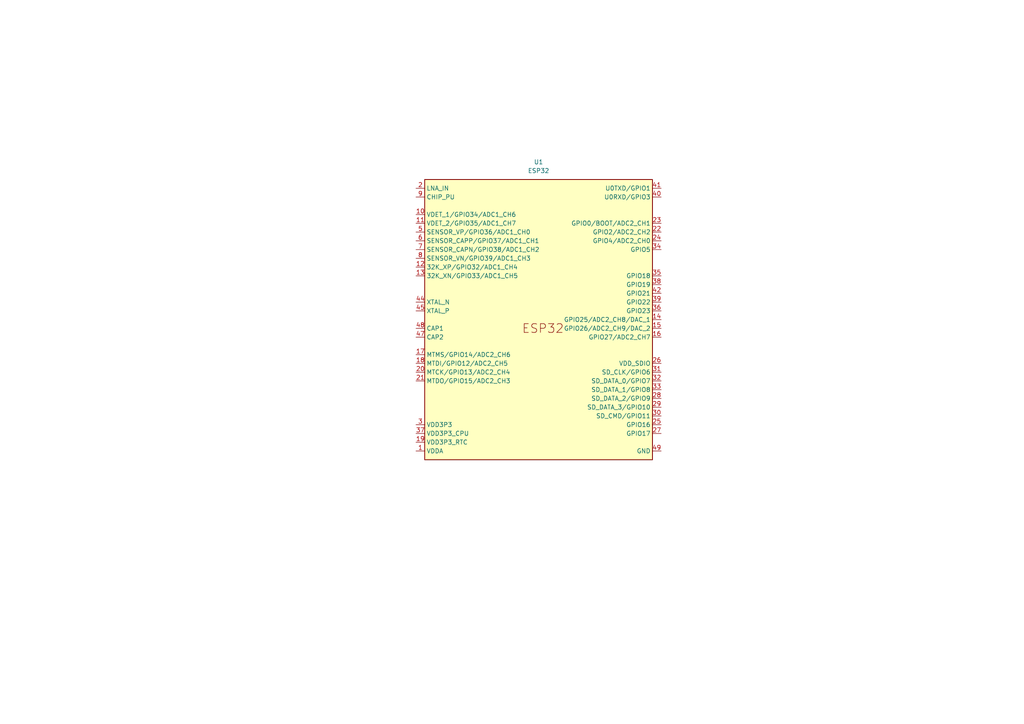
<source format=kicad_sch>
(kicad_sch (version 20250114) (generator "eeschema") (generator_version "9.0")
  (paper "A4")
  (lib_symbols
    (symbol "Espressif:ESP32"
      (property "Reference" "U" (at -33.02 45.72 0))
      (property "Value" "ESP32" (at -33.02 43.18 0))
      (symbol "ESP32_0_0"
        (text "ESP32" (at 1.27 -2.54 0) (effects (font (size 2.54 2.54))))
      )
      (symbol "ESP32_0_1"
        (rectangle (start -33.02 40.64) (end 33.02 -40.64) (stroke (width 0.254)) (fill (type background)))
      )
      (symbol "ESP32_1_1"
        (pin bidirectional line (at -35.56 38.1 0) (length 2.54) (name "LNA_IN") (number "2"))
        (pin input line (at -35.56 35.56 0) (length 2.54) (name "CHIP_PU") (number "9"))
        (pin input line (at -35.56 30.48 0) (length 2.54) (name "VDET_1/GPIO34/ADC1_CH6") (number "10"))
        (pin input line (at -35.56 27.94 0) (length 2.54) (name "VDET_2/GPIO35/ADC1_CH7") (number "11"))
        (pin input line (at -35.56 25.4 0) (length 2.54) (name "SENSOR_VP/GPIO36/ADC1_CH0") (number "5"))
        (pin input line (at -35.56 22.86 0) (length 2.54) (name "SENSOR_CAPP/GPIO37/ADC1_CH1") (number "6"))
        (pin input line (at -35.56 20.32 0) (length 2.54) (name "SENSOR_CAPN/GPIO38/ADC1_CH2") (number "7"))
        (pin input line (at -35.56 17.78 0) (length 2.54) (name "SENSOR_VN/GPIO39/ADC1_CH3") (number "8"))
        (pin bidirectional line (at -35.56 15.24 0) (length 2.54) (name "32K_XP/GPIO32/ADC1_CH4") (number "12"))
        (pin bidirectional line (at -35.56 12.7 0) (length 2.54) (name "32K_XN/GPIO33/ADC1_CH5") (number "13"))
        (pin output line (at -35.56 5.08 0) (length 2.54) (name "XTAL_N") (number "44"))
        (pin input line (at -35.56 2.54 0) (length 2.54) (name "XTAL_P") (number "45"))
        (pin input line (at -35.56 -2.54 0) (length 2.54) (name "CAP1") (number "48"))
        (pin input line (at -35.56 -5.08 0) (length 2.54) (name "CAP2") (number "47"))
        (pin bidirectional line (at -35.56 -10.16 0) (length 2.54) (name "MTMS/GPIO14/ADC2_CH6") (number "17"))
        (pin bidirectional line (at -35.56 -12.7 0) (length 2.54) (name "MTDI/GPIO12/ADC2_CH5") (number "18"))
        (pin bidirectional line (at -35.56 -15.24 0) (length 2.54) (name "MTCK/GPIO13/ADC2_CH4") (number "20"))
        (pin bidirectional line (at -35.56 -17.78 0) (length 2.54) (name "MTDO/GPIO15/ADC2_CH3") (number "21"))
        (pin power_in line (at -35.56 -30.48 0) (length 2.54) (name "VDD3P3") (number "3"))
        (pin passive line (at -35.56 -30.48 0) (length 2.54) (hide yes) (name "VDD3P3") (number "4"))
        (pin power_in line (at -35.56 -33.02 0) (length 2.54) (name "VDD3P3_CPU") (number "37"))
        (pin power_in line (at -35.56 -35.56 0) (length 2.54) (name "VDD3P3_RTC") (number "19"))
        (pin power_in line (at -35.56 -38.1 0) (length 2.54) (name "VDDA") (number "1"))
        (pin passive line (at -35.56 -38.1 0) (length 2.54) (hide yes) (name "VDDA") (number "43"))
        (pin passive line (at -35.56 -38.1 0) (length 2.54) (hide yes) (name "VDDA") (number "46"))
        (pin bidirectional line (at 35.56 38.1 180) (length 2.54) (name "U0TXD/GPIO1") (number "41"))
        (pin bidirectional line (at 35.56 35.56 180) (length 2.54) (name "U0RXD/GPIO3") (number "40"))
        (pin bidirectional line (at 35.56 27.94 180) (length 2.54) (name "GPIO0/BOOT/ADC2_CH1") (number "23"))
        (pin bidirectional line (at 35.56 25.4 180) (length 2.54) (name "GPIO2/ADC2_CH2") (number "22"))
        (pin bidirectional line (at 35.56 22.86 180) (length 2.54) (name "GPIO4/ADC2_CH0") (number "24"))
        (pin bidirectional line (at 35.56 20.32 180) (length 2.54) (name "GPIO5") (number "34"))
        (pin bidirectional line (at 35.56 12.7 180) (length 2.54) (name "GPIO18") (number "35"))
        (pin bidirectional line (at 35.56 10.16 180) (length 2.54) (name "GPIO19") (number "38"))
        (pin bidirectional line (at 35.56 7.62 180) (length 2.54) (name "GPIO21") (number "42"))
        (pin bidirectional line (at 35.56 5.08 180) (length 2.54) (name "GPIO22") (number "39"))
        (pin bidirectional line (at 35.56 2.54 180) (length 2.54) (name "GPIO23") (number "36"))
        (pin bidirectional line (at 35.56 0 180) (length 2.54) (name "GPIO25/ADC2_CH8/DAC_1") (number "14"))
        (pin bidirectional line (at 35.56 -2.54 180) (length 2.54) (name "GPIO26/ADC2_CH9/DAC_2") (number "15"))
        (pin bidirectional line (at 35.56 -5.08 180) (length 2.54) (name "GPIO27/ADC2_CH7") (number "16"))
        (pin power_out line (at 35.56 -12.7 180) (length 2.54) (name "VDD_SDIO") (number "26"))
        (pin bidirectional line (at 35.56 -15.24 180) (length 2.54) (name "SD_CLK/GPIO6") (number "31"))
        (pin bidirectional line (at 35.56 -17.78 180) (length 2.54) (name "SD_DATA_0/GPIO7") (number "32"))
        (pin bidirectional line (at 35.56 -20.32 180) (length 2.54) (name "SD_DATA_1/GPIO8") (number "33"))
        (pin bidirectional line (at 35.56 -22.86 180) (length 2.54) (name "SD_DATA_2/GPIO9") (number "28"))
        (pin bidirectional line (at 35.56 -25.4 180) (length 2.54) (name "SD_DATA_3/GPIO10") (number "29"))
        (pin bidirectional line (at 35.56 -27.94 180) (length 2.54) (name "SD_CMD/GPIO11") (number "30"))
        (pin bidirectional line (at 35.56 -30.48 180) (length 2.54) (name "GPIO16") (number "25"))
        (pin bidirectional line (at 35.56 -33.02 180) (length 2.54) (name "GPIO17") (number "27"))
        (pin power_in line (at 35.56 -38.1 180) (length 2.54) (name "GND") (number "49"))
      )
    )
  )
  (symbol (lib_id "Espressif:ESP32") (at 156.21 92.71 0) (unit 1)
    (property "Reference" "U1" (at 156.21 46.99 0))
    (property "Value" "ESP32" (at 156.21 49.53 0))
    (property "Footprint" "Espressif:ESP32-WROOM-32E" (effects (hide yes)))
    (property "Datasheet" "https://www.espressif.com/sites/default/files/documentation/esp32_datasheet_en.pdf" (effects (hide yes)))
  )
)
</source>
